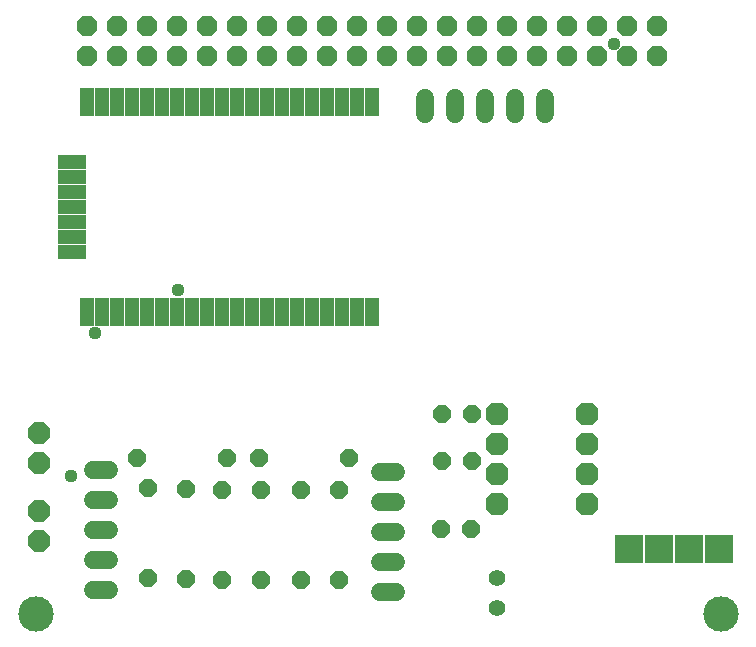
<source format=gts>
G75*
%MOIN*%
%OFA0B0*%
%FSLAX25Y25*%
%IPPOS*%
%LPD*%
%AMOC8*
5,1,8,0,0,1.08239X$1,22.5*
%
%ADD10C,0.11824*%
%ADD11OC8,0.06800*%
%ADD12R,0.04800X0.09658*%
%ADD13R,0.09658X0.04800*%
%ADD14OC8,0.07400*%
%ADD15OC8,0.06000*%
%ADD16R,0.09400X0.09400*%
%ADD17OC8,0.07600*%
%ADD18C,0.05556*%
%ADD19C,0.06000*%
%ADD20C,0.04400*%
D10*
X0017548Y0017548D03*
X0245894Y0017548D03*
D11*
X0224556Y0203375D03*
X0214556Y0203375D03*
X0204556Y0203375D03*
X0194556Y0203375D03*
X0184556Y0203375D03*
X0174556Y0203375D03*
X0164556Y0203375D03*
X0154556Y0203375D03*
X0144556Y0203375D03*
X0134556Y0203375D03*
X0124556Y0203375D03*
X0114556Y0203375D03*
X0104556Y0203375D03*
X0094556Y0203375D03*
X0084556Y0203375D03*
X0074556Y0203375D03*
X0064556Y0203375D03*
X0054556Y0203375D03*
X0044556Y0203375D03*
X0034556Y0203375D03*
X0034556Y0213375D03*
X0044556Y0213375D03*
X0054556Y0213375D03*
X0064556Y0213375D03*
X0074556Y0213375D03*
X0084556Y0213375D03*
X0094556Y0213375D03*
X0104556Y0213375D03*
X0114556Y0213375D03*
X0124556Y0213375D03*
X0134556Y0213375D03*
X0144556Y0213375D03*
X0154556Y0213375D03*
X0164556Y0213375D03*
X0174556Y0213375D03*
X0184556Y0213375D03*
X0194556Y0213375D03*
X0204556Y0213375D03*
X0214556Y0213375D03*
X0224556Y0213375D03*
D12*
X0129556Y0188099D03*
X0124556Y0188099D03*
X0119556Y0188099D03*
X0114556Y0188099D03*
X0109556Y0188099D03*
X0104556Y0188099D03*
X0099556Y0188099D03*
X0094556Y0188099D03*
X0089556Y0188099D03*
X0084556Y0188099D03*
X0079556Y0188099D03*
X0074556Y0188099D03*
X0069556Y0188099D03*
X0064556Y0188099D03*
X0059556Y0188099D03*
X0054556Y0188099D03*
X0049556Y0188099D03*
X0044556Y0188099D03*
X0039556Y0188099D03*
X0034556Y0188099D03*
X0034556Y0118099D03*
X0039556Y0118099D03*
X0044556Y0118099D03*
X0049556Y0118099D03*
X0054556Y0118099D03*
X0059556Y0118099D03*
X0064556Y0118099D03*
X0069556Y0118099D03*
X0074556Y0118099D03*
X0079556Y0118099D03*
X0084556Y0118099D03*
X0089556Y0118099D03*
X0094556Y0118099D03*
X0099556Y0118099D03*
X0104556Y0118099D03*
X0109556Y0118099D03*
X0114556Y0118099D03*
X0119556Y0118099D03*
X0124556Y0118099D03*
X0129556Y0118099D03*
D13*
X0029556Y0138099D03*
X0029556Y0143099D03*
X0029556Y0148099D03*
X0029556Y0153099D03*
X0029556Y0158099D03*
X0029556Y0163099D03*
X0029556Y0168099D03*
D14*
X0018493Y0077863D03*
X0018493Y0067863D03*
X0018650Y0051682D03*
X0018650Y0041682D03*
D15*
X0051209Y0069398D03*
X0055107Y0059359D03*
X0067706Y0059162D03*
X0079713Y0058847D03*
X0092745Y0058729D03*
X0091839Y0069398D03*
X0081209Y0069398D03*
X0106091Y0058729D03*
X0118493Y0058690D03*
X0121839Y0069398D03*
X0152863Y0068454D03*
X0162863Y0068454D03*
X0163060Y0084162D03*
X0153060Y0084162D03*
X0152666Y0045737D03*
X0162666Y0045737D03*
X0118493Y0028690D03*
X0106091Y0028729D03*
X0092745Y0028729D03*
X0079713Y0028847D03*
X0067706Y0029162D03*
X0055107Y0029359D03*
D16*
X0215186Y0039220D03*
X0225186Y0039220D03*
X0235186Y0039220D03*
X0245186Y0039220D03*
D17*
X0201131Y0054202D03*
X0201131Y0064202D03*
X0201131Y0074202D03*
X0201131Y0084202D03*
X0171131Y0084202D03*
X0171131Y0074202D03*
X0171131Y0064202D03*
X0171131Y0054202D03*
D18*
X0171328Y0029556D03*
X0171328Y0019556D03*
D19*
X0137471Y0024713D02*
X0132271Y0024713D01*
X0132271Y0034713D02*
X0137471Y0034713D01*
X0137471Y0044713D02*
X0132271Y0044713D01*
X0132271Y0054713D02*
X0137471Y0054713D01*
X0137471Y0064713D02*
X0132271Y0064713D01*
X0041802Y0065501D02*
X0036602Y0065501D01*
X0036602Y0055501D02*
X0041802Y0055501D01*
X0041802Y0045501D02*
X0036602Y0045501D01*
X0036602Y0035501D02*
X0041802Y0035501D01*
X0041802Y0025501D02*
X0036602Y0025501D01*
X0147154Y0184239D02*
X0147154Y0189439D01*
X0157154Y0189439D02*
X0157154Y0184239D01*
X0167154Y0184239D02*
X0167154Y0189439D01*
X0177154Y0189439D02*
X0177154Y0184239D01*
X0187154Y0184239D02*
X0187154Y0189439D01*
D20*
X0210169Y0207600D03*
X0064800Y0125400D03*
X0037200Y0111000D03*
X0029400Y0063600D03*
M02*

</source>
